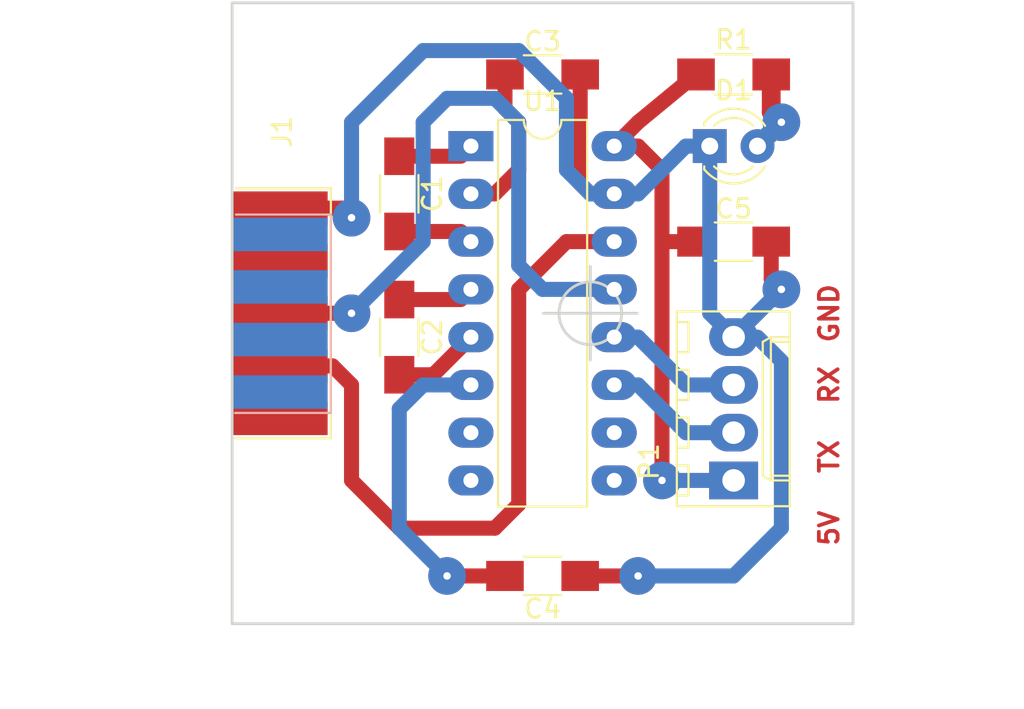
<source format=kicad_pcb>
(kicad_pcb (version 4) (host pcbnew 4.0.4-stable)

  (general
    (links 22)
    (no_connects 2)
    (area 102.794999 92.634999 135.965001 125.805001)
    (thickness 1.6)
    (drawings 11)
    (tracks 87)
    (zones 0)
    (modules 10)
    (nets 22)
  )

  (page A4)
  (layers
    (0 F.Cu signal)
    (31 B.Cu signal)
    (33 F.Adhes user)
    (35 F.Paste user)
    (37 F.SilkS user)
    (39 F.Mask user)
    (40 Dwgs.User user)
    (41 Cmts.User user)
    (42 Eco1.User user)
    (43 Eco2.User user)
    (44 Edge.Cuts user)
    (45 Margin user)
    (47 F.CrtYd user)
    (49 F.Fab user)
  )

  (setup
    (last_trace_width 0.4)
    (user_trace_width 0.254)
    (user_trace_width 0.381)
    (user_trace_width 0.4)
    (user_trace_width 0.5)
    (user_trace_width 0.8)
    (user_trace_width 1)
    (trace_clearance 0.2)
    (zone_clearance 0.508)
    (zone_45_only yes)
    (trace_min 0.2)
    (segment_width 0.2)
    (edge_width 0.15)
    (via_size 2)
    (via_drill 0.4)
    (via_min_size 0.4)
    (via_min_drill 0.3)
    (user_via 0.4826 0.3302)
    (user_via 0.5 0.4)
    (user_via 1.905 0.3)
    (user_via 2 0.3)
    (uvia_size 0.3)
    (uvia_drill 0.1)
    (uvias_allowed no)
    (uvia_min_size 0.2)
    (uvia_min_drill 0.1)
    (pcb_text_width 0.3)
    (pcb_text_size 1.5 1.5)
    (mod_edge_width 0.15)
    (mod_text_size 1 1)
    (mod_text_width 0.15)
    (pad_size 2.99974 2.99974)
    (pad_drill 1.19888)
    (pad_to_mask_clearance 0.2)
    (aux_axis_origin 0 0)
    (visible_elements 7FFFFFFF)
    (pcbplotparams
      (layerselection 0x00020_80000001)
      (usegerberextensions false)
      (excludeedgelayer true)
      (linewidth 0.100000)
      (plotframeref false)
      (viasonmask false)
      (mode 1)
      (useauxorigin false)
      (hpglpennumber 1)
      (hpglpenspeed 20)
      (hpglpendiameter 15)
      (hpglpenoverlay 2)
      (psnegative false)
      (psa4output false)
      (plotreference true)
      (plotvalue true)
      (plotinvisibletext false)
      (padsonsilk false)
      (subtractmaskfromsilk false)
      (outputformat 1)
      (mirror false)
      (drillshape 0)
      (scaleselection 1)
      (outputdirectory ""))
  )

  (net 0 "")
  (net 1 "Net-(C1-Pad1)")
  (net 2 "Net-(C1-Pad2)")
  (net 3 "Net-(C2-Pad1)")
  (net 4 "Net-(C2-Pad2)")
  (net 5 "Net-(C3-Pad1)")
  (net 6 +5V)
  (net 7 GND)
  (net 8 "Net-(D1-Pad2)")
  (net 9 "Net-(J1-Pad4)")
  (net 10 "Net-(J1-Pad3)")
  (net 11 "Net-(J1-Pad2)")
  (net 12 "Net-(J1-Pad1)")
  (net 13 "Net-(J1-Pad7)")
  (net 14 "Net-(J1-Pad9)")
  (net 15 /TxD)
  (net 16 /RxD)
  (net 17 "Net-(U1-Pad9)")
  (net 18 "Net-(U1-Pad10)")
  (net 19 "Net-(U1-Pad7)")
  (net 20 "Net-(U1-Pad8)")
  (net 21 "Net-(C4-Pad2)")

  (net_class Default "This is the default net class."
    (clearance 0.2)
    (trace_width 0.4)
    (via_dia 2)
    (via_drill 0.4)
    (uvia_dia 0.3)
    (uvia_drill 0.1)
    (add_net +5V)
    (add_net /RxD)
    (add_net /TxD)
    (add_net GND)
    (add_net "Net-(C1-Pad1)")
    (add_net "Net-(C1-Pad2)")
    (add_net "Net-(C2-Pad1)")
    (add_net "Net-(C2-Pad2)")
    (add_net "Net-(C3-Pad1)")
    (add_net "Net-(C4-Pad2)")
    (add_net "Net-(D1-Pad2)")
    (add_net "Net-(J1-Pad1)")
    (add_net "Net-(J1-Pad2)")
    (add_net "Net-(J1-Pad3)")
    (add_net "Net-(J1-Pad4)")
    (add_net "Net-(J1-Pad7)")
    (add_net "Net-(J1-Pad9)")
    (add_net "Net-(U1-Pad10)")
    (add_net "Net-(U1-Pad7)")
    (add_net "Net-(U1-Pad8)")
    (add_net "Net-(U1-Pad9)")
  )

  (module Capacitors_SMD:C_1206_HandSoldering (layer F.Cu) (tedit 58AA84D1) (tstamp 58D344AA)
    (at 111.76 102.87 270)
    (descr "Capacitor SMD 1206, hand soldering")
    (tags "capacitor 1206")
    (path /58D0DC1C)
    (attr smd)
    (fp_text reference C1 (at 0 -1.75 270) (layer F.SilkS)
      (effects (font (size 1 1) (thickness 0.15)))
    )
    (fp_text value 10uF (at 0 2 270) (layer F.Fab)
      (effects (font (size 1 1) (thickness 0.15)))
    )
    (fp_text user %R (at 0 -1.75 270) (layer F.Fab)
      (effects (font (size 1 1) (thickness 0.15)))
    )
    (fp_line (start -1.6 0.8) (end -1.6 -0.8) (layer F.Fab) (width 0.1))
    (fp_line (start 1.6 0.8) (end -1.6 0.8) (layer F.Fab) (width 0.1))
    (fp_line (start 1.6 -0.8) (end 1.6 0.8) (layer F.Fab) (width 0.1))
    (fp_line (start -1.6 -0.8) (end 1.6 -0.8) (layer F.Fab) (width 0.1))
    (fp_line (start 1 -1.02) (end -1 -1.02) (layer F.SilkS) (width 0.12))
    (fp_line (start -1 1.02) (end 1 1.02) (layer F.SilkS) (width 0.12))
    (fp_line (start -3.25 -1.05) (end 3.25 -1.05) (layer F.CrtYd) (width 0.05))
    (fp_line (start -3.25 -1.05) (end -3.25 1.05) (layer F.CrtYd) (width 0.05))
    (fp_line (start 3.25 1.05) (end 3.25 -1.05) (layer F.CrtYd) (width 0.05))
    (fp_line (start 3.25 1.05) (end -3.25 1.05) (layer F.CrtYd) (width 0.05))
    (pad 1 smd rect (at -2 0 270) (size 2 1.6) (layers F.Cu F.Paste F.Mask)
      (net 1 "Net-(C1-Pad1)"))
    (pad 2 smd rect (at 2 0 270) (size 2 1.6) (layers F.Cu F.Paste F.Mask)
      (net 2 "Net-(C1-Pad2)"))
    (model Capacitors_SMD.3dshapes/C_1206.wrl
      (at (xyz 0 0 0))
      (scale (xyz 1 1 1))
      (rotate (xyz 0 0 0))
    )
  )

  (module Capacitors_SMD:C_1206_HandSoldering (layer F.Cu) (tedit 58AA84D1) (tstamp 58D344BB)
    (at 111.76 110.49 270)
    (descr "Capacitor SMD 1206, hand soldering")
    (tags "capacitor 1206")
    (path /58D0DD7C)
    (attr smd)
    (fp_text reference C2 (at 0 -1.75 270) (layer F.SilkS)
      (effects (font (size 1 1) (thickness 0.15)))
    )
    (fp_text value 10uF (at 0 2 270) (layer F.Fab)
      (effects (font (size 1 1) (thickness 0.15)))
    )
    (fp_text user %R (at 0 -1.75 270) (layer F.Fab)
      (effects (font (size 1 1) (thickness 0.15)))
    )
    (fp_line (start -1.6 0.8) (end -1.6 -0.8) (layer F.Fab) (width 0.1))
    (fp_line (start 1.6 0.8) (end -1.6 0.8) (layer F.Fab) (width 0.1))
    (fp_line (start 1.6 -0.8) (end 1.6 0.8) (layer F.Fab) (width 0.1))
    (fp_line (start -1.6 -0.8) (end 1.6 -0.8) (layer F.Fab) (width 0.1))
    (fp_line (start 1 -1.02) (end -1 -1.02) (layer F.SilkS) (width 0.12))
    (fp_line (start -1 1.02) (end 1 1.02) (layer F.SilkS) (width 0.12))
    (fp_line (start -3.25 -1.05) (end 3.25 -1.05) (layer F.CrtYd) (width 0.05))
    (fp_line (start -3.25 -1.05) (end -3.25 1.05) (layer F.CrtYd) (width 0.05))
    (fp_line (start 3.25 1.05) (end 3.25 -1.05) (layer F.CrtYd) (width 0.05))
    (fp_line (start 3.25 1.05) (end -3.25 1.05) (layer F.CrtYd) (width 0.05))
    (pad 1 smd rect (at -2 0 270) (size 2 1.6) (layers F.Cu F.Paste F.Mask)
      (net 3 "Net-(C2-Pad1)"))
    (pad 2 smd rect (at 2 0 270) (size 2 1.6) (layers F.Cu F.Paste F.Mask)
      (net 4 "Net-(C2-Pad2)"))
    (model Capacitors_SMD.3dshapes/C_1206.wrl
      (at (xyz 0 0 0))
      (scale (xyz 1 1 1))
      (rotate (xyz 0 0 0))
    )
  )

  (module Capacitors_SMD:C_1206_HandSoldering (layer F.Cu) (tedit 58AA84D1) (tstamp 58D344CC)
    (at 119.38 96.52)
    (descr "Capacitor SMD 1206, hand soldering")
    (tags "capacitor 1206")
    (path /58D0DF1A)
    (attr smd)
    (fp_text reference C3 (at 0 -1.75) (layer F.SilkS)
      (effects (font (size 1 1) (thickness 0.15)))
    )
    (fp_text value 10uF (at 0 2) (layer F.Fab)
      (effects (font (size 1 1) (thickness 0.15)))
    )
    (fp_text user %R (at 0 -1.75) (layer F.Fab)
      (effects (font (size 1 1) (thickness 0.15)))
    )
    (fp_line (start -1.6 0.8) (end -1.6 -0.8) (layer F.Fab) (width 0.1))
    (fp_line (start 1.6 0.8) (end -1.6 0.8) (layer F.Fab) (width 0.1))
    (fp_line (start 1.6 -0.8) (end 1.6 0.8) (layer F.Fab) (width 0.1))
    (fp_line (start -1.6 -0.8) (end 1.6 -0.8) (layer F.Fab) (width 0.1))
    (fp_line (start 1 -1.02) (end -1 -1.02) (layer F.SilkS) (width 0.12))
    (fp_line (start -1 1.02) (end 1 1.02) (layer F.SilkS) (width 0.12))
    (fp_line (start -3.25 -1.05) (end 3.25 -1.05) (layer F.CrtYd) (width 0.05))
    (fp_line (start -3.25 -1.05) (end -3.25 1.05) (layer F.CrtYd) (width 0.05))
    (fp_line (start 3.25 1.05) (end 3.25 -1.05) (layer F.CrtYd) (width 0.05))
    (fp_line (start 3.25 1.05) (end -3.25 1.05) (layer F.CrtYd) (width 0.05))
    (pad 1 smd rect (at -2 0) (size 2 1.6) (layers F.Cu F.Paste F.Mask)
      (net 5 "Net-(C3-Pad1)"))
    (pad 2 smd rect (at 2 0) (size 2 1.6) (layers F.Cu F.Paste F.Mask)
      (net 7 GND))
    (model Capacitors_SMD.3dshapes/C_1206.wrl
      (at (xyz 0 0 0))
      (scale (xyz 1 1 1))
      (rotate (xyz 0 0 0))
    )
  )

  (module Capacitors_SMD:C_1206_HandSoldering (layer F.Cu) (tedit 58AA84D1) (tstamp 58D344DD)
    (at 119.38 123.19 180)
    (descr "Capacitor SMD 1206, hand soldering")
    (tags "capacitor 1206")
    (path /58D0DFCF)
    (attr smd)
    (fp_text reference C4 (at 0 -1.75 180) (layer F.SilkS)
      (effects (font (size 1 1) (thickness 0.15)))
    )
    (fp_text value 10uF (at 0 2 180) (layer F.Fab)
      (effects (font (size 1 1) (thickness 0.15)))
    )
    (fp_text user %R (at 0 -1.75 180) (layer F.Fab)
      (effects (font (size 1 1) (thickness 0.15)))
    )
    (fp_line (start -1.6 0.8) (end -1.6 -0.8) (layer F.Fab) (width 0.1))
    (fp_line (start 1.6 0.8) (end -1.6 0.8) (layer F.Fab) (width 0.1))
    (fp_line (start 1.6 -0.8) (end 1.6 0.8) (layer F.Fab) (width 0.1))
    (fp_line (start -1.6 -0.8) (end 1.6 -0.8) (layer F.Fab) (width 0.1))
    (fp_line (start 1 -1.02) (end -1 -1.02) (layer F.SilkS) (width 0.12))
    (fp_line (start -1 1.02) (end 1 1.02) (layer F.SilkS) (width 0.12))
    (fp_line (start -3.25 -1.05) (end 3.25 -1.05) (layer F.CrtYd) (width 0.05))
    (fp_line (start -3.25 -1.05) (end -3.25 1.05) (layer F.CrtYd) (width 0.05))
    (fp_line (start 3.25 1.05) (end 3.25 -1.05) (layer F.CrtYd) (width 0.05))
    (fp_line (start 3.25 1.05) (end -3.25 1.05) (layer F.CrtYd) (width 0.05))
    (pad 1 smd rect (at -2 0 180) (size 2 1.6) (layers F.Cu F.Paste F.Mask)
      (net 7 GND))
    (pad 2 smd rect (at 2 0 180) (size 2 1.6) (layers F.Cu F.Paste F.Mask)
      (net 21 "Net-(C4-Pad2)"))
    (model Capacitors_SMD.3dshapes/C_1206.wrl
      (at (xyz 0 0 0))
      (scale (xyz 1 1 1))
      (rotate (xyz 0 0 0))
    )
  )

  (module LEDs:LED_D3.0mm (layer F.Cu) (tedit 587A3A7B) (tstamp 58D344F0)
    (at 128.27 100.33)
    (descr "LED, diameter 3.0mm, 2 pins")
    (tags "LED diameter 3.0mm 2 pins")
    (path /58D128D9)
    (fp_text reference D1 (at 1.27 -2.96) (layer F.SilkS)
      (effects (font (size 1 1) (thickness 0.15)))
    )
    (fp_text value LED (at 1.27 2.96) (layer F.Fab)
      (effects (font (size 1 1) (thickness 0.15)))
    )
    (fp_arc (start 1.27 0) (end -0.23 -1.16619) (angle 284.3) (layer F.Fab) (width 0.1))
    (fp_arc (start 1.27 0) (end -0.29 -1.235516) (angle 108.8) (layer F.SilkS) (width 0.12))
    (fp_arc (start 1.27 0) (end -0.29 1.235516) (angle -108.8) (layer F.SilkS) (width 0.12))
    (fp_arc (start 1.27 0) (end 0.229039 -1.08) (angle 87.9) (layer F.SilkS) (width 0.12))
    (fp_arc (start 1.27 0) (end 0.229039 1.08) (angle -87.9) (layer F.SilkS) (width 0.12))
    (fp_circle (center 1.27 0) (end 2.77 0) (layer F.Fab) (width 0.1))
    (fp_line (start -0.23 -1.16619) (end -0.23 1.16619) (layer F.Fab) (width 0.1))
    (fp_line (start -0.29 -1.236) (end -0.29 -1.08) (layer F.SilkS) (width 0.12))
    (fp_line (start -0.29 1.08) (end -0.29 1.236) (layer F.SilkS) (width 0.12))
    (fp_line (start -1.15 -2.25) (end -1.15 2.25) (layer F.CrtYd) (width 0.05))
    (fp_line (start -1.15 2.25) (end 3.7 2.25) (layer F.CrtYd) (width 0.05))
    (fp_line (start 3.7 2.25) (end 3.7 -2.25) (layer F.CrtYd) (width 0.05))
    (fp_line (start 3.7 -2.25) (end -1.15 -2.25) (layer F.CrtYd) (width 0.05))
    (pad 1 thru_hole rect (at 0 0) (size 1.8 1.8) (drill 0.9) (layers *.Cu *.Mask)
      (net 7 GND))
    (pad 2 thru_hole circle (at 2.54 0) (size 1.8 1.8) (drill 0.9) (layers *.Cu *.Mask)
      (net 8 "Net-(D1-Pad2)"))
    (model LEDs.3dshapes/LED_D3.0mm.wrl
      (at (xyz 0 0 0))
      (scale (xyz 0.393701 0.393701 0.393701))
      (rotate (xyz 0 0 0))
    )
  )

  (module Connect:DB9F_CI (layer F.Cu) (tedit 587FE11A) (tstamp 58D3451B)
    (at 105.41 109.22 90)
    (descr "Connecteur DB9 femelle encarte")
    (tags "CONN DB9")
    (path /58D0DB5D)
    (attr smd)
    (fp_text reference J1 (at 9.65 0.11 90) (layer F.SilkS)
      (effects (font (size 1 1) (thickness 0.15)))
    )
    (fp_text value DB9 (at 0 -5.59 90) (layer F.Fab)
      (effects (font (size 1 1) (thickness 0.15)))
    )
    (fp_line (start -5.3 -2.39) (end -5.3 2.71) (layer B.SilkS) (width 0.12))
    (fp_line (start -5.3 2.71) (end 5.25 2.71) (layer B.SilkS) (width 0.12))
    (fp_line (start 5.25 2.71) (end 5.25 -2.34) (layer B.SilkS) (width 0.12))
    (fp_line (start 6.65 -2.34) (end 6.65 2.56) (layer F.SilkS) (width 0.12))
    (fp_line (start 6.65 2.56) (end 6.65 2.71) (layer F.SilkS) (width 0.12))
    (fp_line (start 6.65 2.71) (end -6.65 2.71) (layer F.SilkS) (width 0.12))
    (fp_line (start -6.65 2.71) (end -6.65 -2.39) (layer F.SilkS) (width 0.12))
    (fp_line (start -7.25 -2.54) (end 7.4 -2.54) (layer F.Fab) (width 0.1))
    (fp_line (start -8.51 -14.61) (end 8.63 -14.61) (layer F.Fab) (width 0.1))
    (fp_line (start 9.27 -3.81) (end -9.15 -3.81) (layer F.Fab) (width 0.1))
    (fp_line (start 9.9 -3.81) (end 9.27 -3.81) (layer F.Fab) (width 0.1))
    (fp_line (start 9.9 -6.99) (end -9.78 -6.99) (layer F.Fab) (width 0.1))
    (fp_line (start 15.62 -6.99) (end 9.9 -6.99) (layer F.Fab) (width 0.1))
    (fp_line (start -15.5 -8.25) (end 15.62 -8.25) (layer F.Fab) (width 0.1))
    (fp_line (start 8.63 -8.25) (end 8.63 -14.61) (layer F.Fab) (width 0.1))
    (fp_line (start 15.62 -6.99) (end 15.62 -8.25) (layer F.Fab) (width 0.1))
    (fp_line (start 9.9 -3.81) (end 9.9 -6.99) (layer F.Fab) (width 0.1))
    (fp_line (start 7.36 -2.54) (end 9.27 -2.54) (layer F.Fab) (width 0.1))
    (fp_line (start 9.27 -2.54) (end 9.27 -3.81) (layer F.Fab) (width 0.1))
    (fp_line (start -8.51 -8.25) (end -8.51 -14.61) (layer F.Fab) (width 0.1))
    (fp_line (start -9.78 -6.99) (end -15.5 -6.99) (layer F.Fab) (width 0.1))
    (fp_line (start -15.5 -6.99) (end -15.5 -8.25) (layer F.Fab) (width 0.1))
    (fp_line (start -9.15 -3.81) (end -9.78 -3.81) (layer F.Fab) (width 0.1))
    (fp_line (start -9.78 -3.81) (end -9.78 -6.99) (layer F.Fab) (width 0.1))
    (fp_line (start -7.24 -2.54) (end -9.15 -2.54) (layer F.Fab) (width 0.1))
    (fp_line (start -9.15 -2.54) (end -9.15 -3.81) (layer F.Fab) (width 0.1))
    (fp_line (start -15.75 -14.86) (end 15.87 -14.86) (layer F.CrtYd) (width 0.05))
    (fp_line (start -15.75 -14.86) (end -15.75 2.79) (layer F.CrtYd) (width 0.05))
    (fp_line (start 15.87 2.79) (end 15.87 -14.86) (layer F.CrtYd) (width 0.05))
    (fp_line (start 15.87 2.79) (end -15.75 2.79) (layer F.CrtYd) (width 0.05))
    (pad 4 connect rect (at 2.79 0 90) (size 1.78 5.08) (layers F.Cu F.Mask)
      (net 9 "Net-(J1-Pad4)"))
    (pad 3 connect rect (at 0 0 90) (size 1.78 5.08) (layers F.Cu F.Mask)
      (net 10 "Net-(J1-Pad3)"))
    (pad 2 connect rect (at -2.8 0 90) (size 1.78 5.08) (layers F.Cu F.Mask)
      (net 11 "Net-(J1-Pad2)"))
    (pad 1 connect rect (at -5.59 0 90) (size 1.78 5.08) (layers F.Cu F.Mask)
      (net 12 "Net-(J1-Pad1)"))
    (pad 5 connect rect (at 5.59 0 90) (size 1.78 5.08) (layers F.Cu F.Mask)
      (net 7 GND))
    (pad 6 connect rect (at -4.19 0 90) (size 1.78 5.08) (layers B.Cu)
      (net 9 "Net-(J1-Pad4)"))
    (pad 7 connect rect (at -1.4 0 90) (size 1.78 5.08) (layers B.Cu)
      (net 13 "Net-(J1-Pad7)"))
    (pad 8 connect rect (at 1.4 0 90) (size 1.78 5.08) (layers B.Cu)
      (net 13 "Net-(J1-Pad7)"))
    (pad 9 connect rect (at 4.19 0 90) (size 1.78 5.08) (layers B.Cu)
      (net 14 "Net-(J1-Pad9)"))
    (model Connectors.3dshapes/DB9F_CI.wrl
      (at (xyz 0 0.12 -0.04))
      (scale (xyz 1 1 1))
      (rotate (xyz 90 180 0))
    )
  )

  (module Connectors_Molex:Molex_KK-6410-04_04x2.54mm_Straight (layer F.Cu) (tedit 56C6219D) (tstamp 58D3453F)
    (at 129.54 118.11 90)
    (descr "Connector Headers with Friction Lock, 22-27-2041, http://www.molex.com/pdm_docs/sd/022272021_sd.pdf")
    (tags "connector molex kk_6410 22-27-2041")
    (path /58D0DAA6)
    (fp_text reference P1 (at 1 -4.5 90) (layer F.SilkS)
      (effects (font (size 1 1) (thickness 0.15)))
    )
    (fp_text value CONN_01X04 (at 3.81 4.5 90) (layer F.Fab)
      (effects (font (size 1 1) (thickness 0.15)))
    )
    (fp_line (start -1.37 -3.02) (end -1.37 2.98) (layer F.SilkS) (width 0.12))
    (fp_line (start -1.37 2.98) (end 8.99 2.98) (layer F.SilkS) (width 0.12))
    (fp_line (start 8.99 2.98) (end 8.99 -3.02) (layer F.SilkS) (width 0.12))
    (fp_line (start 8.99 -3.02) (end -1.37 -3.02) (layer F.SilkS) (width 0.12))
    (fp_line (start 0 2.98) (end 0 1.98) (layer F.SilkS) (width 0.12))
    (fp_line (start 0 1.98) (end 7.62 1.98) (layer F.SilkS) (width 0.12))
    (fp_line (start 7.62 1.98) (end 7.62 2.98) (layer F.SilkS) (width 0.12))
    (fp_line (start 0 1.98) (end 0.25 1.55) (layer F.SilkS) (width 0.12))
    (fp_line (start 0.25 1.55) (end 7.37 1.55) (layer F.SilkS) (width 0.12))
    (fp_line (start 7.37 1.55) (end 7.62 1.98) (layer F.SilkS) (width 0.12))
    (fp_line (start 0.25 2.98) (end 0.25 1.98) (layer F.SilkS) (width 0.12))
    (fp_line (start 7.37 2.98) (end 7.37 1.98) (layer F.SilkS) (width 0.12))
    (fp_line (start -0.8 -3.02) (end -0.8 -2.4) (layer F.SilkS) (width 0.12))
    (fp_line (start -0.8 -2.4) (end 0.8 -2.4) (layer F.SilkS) (width 0.12))
    (fp_line (start 0.8 -2.4) (end 0.8 -3.02) (layer F.SilkS) (width 0.12))
    (fp_line (start 1.74 -3.02) (end 1.74 -2.4) (layer F.SilkS) (width 0.12))
    (fp_line (start 1.74 -2.4) (end 3.34 -2.4) (layer F.SilkS) (width 0.12))
    (fp_line (start 3.34 -2.4) (end 3.34 -3.02) (layer F.SilkS) (width 0.12))
    (fp_line (start 4.28 -3.02) (end 4.28 -2.4) (layer F.SilkS) (width 0.12))
    (fp_line (start 4.28 -2.4) (end 5.88 -2.4) (layer F.SilkS) (width 0.12))
    (fp_line (start 5.88 -2.4) (end 5.88 -3.02) (layer F.SilkS) (width 0.12))
    (fp_line (start 6.82 -3.02) (end 6.82 -2.4) (layer F.SilkS) (width 0.12))
    (fp_line (start 6.82 -2.4) (end 8.42 -2.4) (layer F.SilkS) (width 0.12))
    (fp_line (start 8.42 -2.4) (end 8.42 -3.02) (layer F.SilkS) (width 0.12))
    (fp_line (start -1.9 3.5) (end -1.9 -3.55) (layer F.CrtYd) (width 0.05))
    (fp_line (start -1.9 -3.55) (end 9.5 -3.55) (layer F.CrtYd) (width 0.05))
    (fp_line (start 9.5 -3.55) (end 9.5 3.5) (layer F.CrtYd) (width 0.05))
    (fp_line (start 9.5 3.5) (end -1.9 3.5) (layer F.CrtYd) (width 0.05))
    (pad 1 thru_hole rect (at 0 0 90) (size 2 2.6) (drill 1.2) (layers *.Cu *.Mask)
      (net 6 +5V))
    (pad 2 thru_hole oval (at 2.54 0 90) (size 2 2.6) (drill 1.2) (layers *.Cu *.Mask)
      (net 15 /TxD))
    (pad 3 thru_hole oval (at 5.08 0 90) (size 2 2.6) (drill 1.2) (layers *.Cu *.Mask)
      (net 16 /RxD))
    (pad 4 thru_hole oval (at 7.62 0 90) (size 2 2.6) (drill 1.2) (layers *.Cu *.Mask)
      (net 7 GND))
  )

  (module Resistors_SMD:R_1206_HandSoldering (layer F.Cu) (tedit 58AADA36) (tstamp 58D34550)
    (at 129.54 96.52)
    (descr "Resistor SMD 1206, hand soldering")
    (tags "resistor 1206")
    (path /58D12706)
    (attr smd)
    (fp_text reference R1 (at 0 -1.85) (layer F.SilkS)
      (effects (font (size 1 1) (thickness 0.15)))
    )
    (fp_text value 1K (at 0 1.9) (layer F.Fab)
      (effects (font (size 1 1) (thickness 0.15)))
    )
    (fp_text user %R (at 0 -1.85) (layer F.Fab)
      (effects (font (size 1 1) (thickness 0.15)))
    )
    (fp_line (start -1.6 0.8) (end -1.6 -0.8) (layer F.Fab) (width 0.1))
    (fp_line (start 1.6 0.8) (end -1.6 0.8) (layer F.Fab) (width 0.1))
    (fp_line (start 1.6 -0.8) (end 1.6 0.8) (layer F.Fab) (width 0.1))
    (fp_line (start -1.6 -0.8) (end 1.6 -0.8) (layer F.Fab) (width 0.1))
    (fp_line (start 1 1.07) (end -1 1.07) (layer F.SilkS) (width 0.12))
    (fp_line (start -1 -1.07) (end 1 -1.07) (layer F.SilkS) (width 0.12))
    (fp_line (start -3.25 -1.11) (end 3.25 -1.11) (layer F.CrtYd) (width 0.05))
    (fp_line (start -3.25 -1.11) (end -3.25 1.1) (layer F.CrtYd) (width 0.05))
    (fp_line (start 3.25 1.1) (end 3.25 -1.11) (layer F.CrtYd) (width 0.05))
    (fp_line (start 3.25 1.1) (end -3.25 1.1) (layer F.CrtYd) (width 0.05))
    (pad 1 smd rect (at -2 0) (size 2 1.7) (layers F.Cu F.Paste F.Mask)
      (net 6 +5V))
    (pad 2 smd rect (at 2 0) (size 2 1.7) (layers F.Cu F.Paste F.Mask)
      (net 8 "Net-(D1-Pad2)"))
    (model Resistors_SMD.3dshapes/R_1206.wrl
      (at (xyz 0 0 0))
      (scale (xyz 1 1 1))
      (rotate (xyz 0 0 0))
    )
  )

  (module Housings_DIP:DIP-16_W7.62mm_LongPads (layer F.Cu) (tedit 586281B5) (tstamp 58D34573)
    (at 115.57 100.33)
    (descr "16-lead dip package, row spacing 7.62 mm (300 mils), LongPads")
    (tags "DIL DIP PDIP 2.54mm 7.62mm 300mil LongPads")
    (path /58D0DA13)
    (fp_text reference U1 (at 3.81 -2.39) (layer F.SilkS)
      (effects (font (size 1 1) (thickness 0.15)))
    )
    (fp_text value MAX232 (at 3.81 20.17) (layer F.Fab)
      (effects (font (size 1 1) (thickness 0.15)))
    )
    (fp_arc (start 3.81 -1.39) (end 2.81 -1.39) (angle -180) (layer F.SilkS) (width 0.12))
    (fp_line (start 1.635 -1.27) (end 6.985 -1.27) (layer F.Fab) (width 0.1))
    (fp_line (start 6.985 -1.27) (end 6.985 19.05) (layer F.Fab) (width 0.1))
    (fp_line (start 6.985 19.05) (end 0.635 19.05) (layer F.Fab) (width 0.1))
    (fp_line (start 0.635 19.05) (end 0.635 -0.27) (layer F.Fab) (width 0.1))
    (fp_line (start 0.635 -0.27) (end 1.635 -1.27) (layer F.Fab) (width 0.1))
    (fp_line (start 2.81 -1.39) (end 1.44 -1.39) (layer F.SilkS) (width 0.12))
    (fp_line (start 1.44 -1.39) (end 1.44 19.17) (layer F.SilkS) (width 0.12))
    (fp_line (start 1.44 19.17) (end 6.18 19.17) (layer F.SilkS) (width 0.12))
    (fp_line (start 6.18 19.17) (end 6.18 -1.39) (layer F.SilkS) (width 0.12))
    (fp_line (start 6.18 -1.39) (end 4.81 -1.39) (layer F.SilkS) (width 0.12))
    (fp_line (start -1.5 -1.6) (end -1.5 19.3) (layer F.CrtYd) (width 0.05))
    (fp_line (start -1.5 19.3) (end 9.1 19.3) (layer F.CrtYd) (width 0.05))
    (fp_line (start 9.1 19.3) (end 9.1 -1.6) (layer F.CrtYd) (width 0.05))
    (fp_line (start 9.1 -1.6) (end -1.5 -1.6) (layer F.CrtYd) (width 0.05))
    (pad 1 thru_hole rect (at 0 0) (size 2.4 1.6) (drill 0.8) (layers *.Cu *.Mask)
      (net 1 "Net-(C1-Pad1)"))
    (pad 9 thru_hole oval (at 7.62 17.78) (size 2.4 1.6) (drill 0.8) (layers *.Cu *.Mask)
      (net 17 "Net-(U1-Pad9)"))
    (pad 2 thru_hole oval (at 0 2.54) (size 2.4 1.6) (drill 0.8) (layers *.Cu *.Mask)
      (net 5 "Net-(C3-Pad1)"))
    (pad 10 thru_hole oval (at 7.62 15.24) (size 2.4 1.6) (drill 0.8) (layers *.Cu *.Mask)
      (net 18 "Net-(U1-Pad10)"))
    (pad 3 thru_hole oval (at 0 5.08) (size 2.4 1.6) (drill 0.8) (layers *.Cu *.Mask)
      (net 2 "Net-(C1-Pad2)"))
    (pad 11 thru_hole oval (at 7.62 12.7) (size 2.4 1.6) (drill 0.8) (layers *.Cu *.Mask)
      (net 15 /TxD))
    (pad 4 thru_hole oval (at 0 7.62) (size 2.4 1.6) (drill 0.8) (layers *.Cu *.Mask)
      (net 3 "Net-(C2-Pad1)"))
    (pad 12 thru_hole oval (at 7.62 10.16) (size 2.4 1.6) (drill 0.8) (layers *.Cu *.Mask)
      (net 16 /RxD))
    (pad 5 thru_hole oval (at 0 10.16) (size 2.4 1.6) (drill 0.8) (layers *.Cu *.Mask)
      (net 4 "Net-(C2-Pad2)"))
    (pad 13 thru_hole oval (at 7.62 7.62) (size 2.4 1.6) (drill 0.8) (layers *.Cu *.Mask)
      (net 10 "Net-(J1-Pad3)"))
    (pad 6 thru_hole oval (at 0 12.7) (size 2.4 1.6) (drill 0.8) (layers *.Cu *.Mask)
      (net 21 "Net-(C4-Pad2)"))
    (pad 14 thru_hole oval (at 7.62 5.08) (size 2.4 1.6) (drill 0.8) (layers *.Cu *.Mask)
      (net 11 "Net-(J1-Pad2)"))
    (pad 7 thru_hole oval (at 0 15.24) (size 2.4 1.6) (drill 0.8) (layers *.Cu *.Mask)
      (net 19 "Net-(U1-Pad7)"))
    (pad 15 thru_hole oval (at 7.62 2.54) (size 2.4 1.6) (drill 0.8) (layers *.Cu *.Mask)
      (net 7 GND))
    (pad 8 thru_hole oval (at 0 17.78) (size 2.4 1.6) (drill 0.8) (layers *.Cu *.Mask)
      (net 20 "Net-(U1-Pad8)"))
    (pad 16 thru_hole oval (at 7.62 0) (size 2.4 1.6) (drill 0.8) (layers *.Cu *.Mask)
      (net 6 +5V))
    (model Housings_DIP.3dshapes/DIP-16_W7.62mm_LongPads.wrl
      (at (xyz 0 0 0))
      (scale (xyz 1 1 1))
      (rotate (xyz 0 0 0))
    )
  )

  (module Capacitors_SMD:C_1206_HandSoldering (layer F.Cu) (tedit 58AA84D1) (tstamp 58D3B965)
    (at 129.54 105.41)
    (descr "Capacitor SMD 1206, hand soldering")
    (tags "capacitor 1206")
    (path /58D3CB92)
    (attr smd)
    (fp_text reference C5 (at 0 -1.75) (layer F.SilkS)
      (effects (font (size 1 1) (thickness 0.15)))
    )
    (fp_text value 10uF (at 0 2) (layer F.Fab)
      (effects (font (size 1 1) (thickness 0.15)))
    )
    (fp_text user %R (at 0 -1.75) (layer F.Fab)
      (effects (font (size 1 1) (thickness 0.15)))
    )
    (fp_line (start -1.6 0.8) (end -1.6 -0.8) (layer F.Fab) (width 0.1))
    (fp_line (start 1.6 0.8) (end -1.6 0.8) (layer F.Fab) (width 0.1))
    (fp_line (start 1.6 -0.8) (end 1.6 0.8) (layer F.Fab) (width 0.1))
    (fp_line (start -1.6 -0.8) (end 1.6 -0.8) (layer F.Fab) (width 0.1))
    (fp_line (start 1 -1.02) (end -1 -1.02) (layer F.SilkS) (width 0.12))
    (fp_line (start -1 1.02) (end 1 1.02) (layer F.SilkS) (width 0.12))
    (fp_line (start -3.25 -1.05) (end 3.25 -1.05) (layer F.CrtYd) (width 0.05))
    (fp_line (start -3.25 -1.05) (end -3.25 1.05) (layer F.CrtYd) (width 0.05))
    (fp_line (start 3.25 1.05) (end 3.25 -1.05) (layer F.CrtYd) (width 0.05))
    (fp_line (start 3.25 1.05) (end -3.25 1.05) (layer F.CrtYd) (width 0.05))
    (pad 1 smd rect (at -2 0) (size 2 1.6) (layers F.Cu F.Paste F.Mask)
      (net 6 +5V))
    (pad 2 smd rect (at 2 0) (size 2 1.6) (layers F.Cu F.Paste F.Mask)
      (net 7 GND))
    (model Capacitors_SMD.3dshapes/C_1206.wrl
      (at (xyz 0 0 0))
      (scale (xyz 1 1 1))
      (rotate (xyz 0 0 0))
    )
  )

  (target plus (at 121.92 109.22) (size 5) (width 0.15) (layer Edge.Cuts))
  (dimension 33.02 (width 0.3) (layer F.Fab)
    (gr_text "33.020 mm" (at 142.32 109.22 270) (layer F.Fab)
      (effects (font (size 1.5 1.5) (thickness 0.3)))
    )
    (feature1 (pts (xy 135.89 125.73) (xy 143.67 125.73)))
    (feature2 (pts (xy 135.89 92.71) (xy 143.67 92.71)))
    (crossbar (pts (xy 140.97 92.71) (xy 140.97 125.73)))
    (arrow1a (pts (xy 140.97 125.73) (xy 140.383579 124.603496)))
    (arrow1b (pts (xy 140.97 125.73) (xy 141.556421 124.603496)))
    (arrow2a (pts (xy 140.97 92.71) (xy 140.383579 93.836504)))
    (arrow2b (pts (xy 140.97 92.71) (xy 141.556421 93.836504)))
  )
  (dimension 33.02 (width 0.3) (layer F.Fab)
    (gr_text "33.020 mm" (at 119.38 130.89) (layer F.Fab)
      (effects (font (size 1.5 1.5) (thickness 0.3)))
    )
    (feature1 (pts (xy 135.89 125.73) (xy 135.89 132.24)))
    (feature2 (pts (xy 102.87 125.73) (xy 102.87 132.24)))
    (crossbar (pts (xy 102.87 129.54) (xy 135.89 129.54)))
    (arrow1a (pts (xy 135.89 129.54) (xy 134.763496 130.126421)))
    (arrow1b (pts (xy 135.89 129.54) (xy 134.763496 128.953579)))
    (arrow2a (pts (xy 102.87 129.54) (xy 103.996504 130.126421)))
    (arrow2b (pts (xy 102.87 129.54) (xy 103.996504 128.953579)))
  )
  (gr_line (start 102.87 125.73) (end 102.87 92.71) (angle 90) (layer Edge.Cuts) (width 0.15))
  (gr_line (start 135.89 125.73) (end 102.87 125.73) (angle 90) (layer Edge.Cuts) (width 0.15))
  (gr_line (start 135.89 92.71) (end 135.89 125.73) (angle 90) (layer Edge.Cuts) (width 0.15))
  (gr_line (start 102.87 92.71) (end 135.89 92.71) (angle 90) (layer Edge.Cuts) (width 0.15))
  (gr_text GND (at 134.62 109.22 90) (layer F.Cu)
    (effects (font (size 1 1) (thickness 0.2)))
  )
  (gr_text TX (at 134.62 116.84 90) (layer F.Cu)
    (effects (font (size 1 1) (thickness 0.2)))
  )
  (gr_text RX (at 134.62 113.03 90) (layer F.Cu)
    (effects (font (size 1 1) (thickness 0.2)))
  )
  (gr_text 5V (at 134.62 120.65 90) (layer F.Cu)
    (effects (font (size 1 1) (thickness 0.2)))
  )

  (segment (start 111.76 100.87) (end 115.03 100.87) (width 0.8) (layer F.Cu) (net 1))
  (segment (start 115.03 100.87) (end 115.57 100.33) (width 0.5) (layer F.Cu) (net 1) (tstamp 58D3A712))
  (segment (start 111.76 104.87) (end 115.03 104.87) (width 0.8) (layer F.Cu) (net 2))
  (segment (start 115.03 104.87) (end 115.57 105.41) (width 0.5) (layer F.Cu) (net 2) (tstamp 58D3A715))
  (segment (start 111.76 108.49) (end 115.03 108.49) (width 0.8) (layer F.Cu) (net 3))
  (segment (start 115.03 108.49) (end 115.57 107.95) (width 0.5) (layer F.Cu) (net 3) (tstamp 58D3A719))
  (segment (start 111.76 112.49) (end 113.57 112.49) (width 0.8) (layer F.Cu) (net 4))
  (segment (start 113.57 112.49) (end 115.57 110.49) (width 0.8) (layer F.Cu) (net 4) (tstamp 58D3A71C))
  (segment (start 117.38 96.52) (end 117.38 98.33) (width 0.8) (layer F.Cu) (net 5))
  (segment (start 117.38 98.33) (end 118.11 99.06) (width 0.8) (layer F.Cu) (net 5) (tstamp 58D3A6F5))
  (segment (start 118.11 99.06) (end 118.11 101.6) (width 0.8) (layer F.Cu) (net 5) (tstamp 58D3A6F9))
  (segment (start 118.11 101.6) (end 116.84 102.87) (width 0.8) (layer F.Cu) (net 5) (tstamp 58D3A6FD))
  (segment (start 116.84 102.87) (end 115.57 102.87) (width 0.8) (layer F.Cu) (net 5) (tstamp 58D3A6FE))
  (segment (start 127.54 105.41) (end 125.73 105.41) (width 0.8) (layer F.Cu) (net 6))
  (segment (start 129.54 118.11) (end 125.73 118.11) (width 0.8) (layer B.Cu) (net 6))
  (via (at 125.73 118.11) (size 2) (drill 0.4) (layers F.Cu B.Cu) (net 6))
  (segment (start 125.73 118.11) (end 125.73 105.41) (width 0.8) (layer F.Cu) (net 6) (tstamp 58D3AC5B))
  (segment (start 124.46 100.33) (end 123.19 100.33) (width 0.8) (layer F.Cu) (net 6) (tstamp 58D3AC5D))
  (segment (start 125.73 105.41) (end 125.73 101.6) (width 0.8) (layer F.Cu) (net 6) (tstamp 58D3B9F4))
  (segment (start 125.73 101.6) (end 124.46 100.33) (width 0.8) (layer F.Cu) (net 6) (tstamp 58D3AC5C))
  (segment (start 127.54 96.52) (end 124.46 99.06) (width 0.8) (layer F.Cu) (net 6) (status 10))
  (segment (start 124.46 99.06) (end 123.19 100.33) (width 0.8) (layer F.Cu) (net 6) (tstamp 58D3AC13))
  (segment (start 129.54 110.49) (end 132.08 107.95) (width 0.8) (layer B.Cu) (net 7))
  (via (at 132.08 107.95) (size 2) (drill 0.4) (layers F.Cu B.Cu) (net 7))
  (segment (start 132.08 107.95) (end 131.54 107.41) (width 0.8) (layer F.Cu) (net 7) (tstamp 58D3BA13))
  (segment (start 131.54 107.41) (end 131.54 105.41) (width 0.8) (layer F.Cu) (net 7) (tstamp 58D3BA14))
  (segment (start 123.19 102.87) (end 124.46 102.87) (width 0.8) (layer B.Cu) (net 7))
  (segment (start 124.46 102.87) (end 127 100.33) (width 0.8) (layer B.Cu) (net 7) (tstamp 58D3BA01))
  (segment (start 127 100.33) (end 128.27 100.33) (width 0.8) (layer B.Cu) (net 7) (tstamp 58D3BA02))
  (segment (start 121.38 96.52) (end 121.38 102.33) (width 0.8) (layer F.Cu) (net 7))
  (segment (start 121.38 102.33) (end 121.92 102.87) (width 0.8) (layer F.Cu) (net 7) (tstamp 58D3B98D))
  (segment (start 121.92 102.87) (end 123.19 102.87) (width 0.8) (layer F.Cu) (net 7) (tstamp 58D3B990))
  (segment (start 105.41 103.63) (end 108.71 103.63) (width 0.8) (layer F.Cu) (net 7))
  (segment (start 108.71 103.63) (end 109.22 104.14) (width 0.8) (layer F.Cu) (net 7) (tstamp 58D3AD76))
  (via (at 109.22 104.14) (size 2) (drill 0.4) (layers F.Cu B.Cu) (net 7))
  (segment (start 109.22 104.14) (end 109.22 99.06) (width 0.8) (layer B.Cu) (net 7) (tstamp 58D3AD7A))
  (segment (start 109.22 99.06) (end 113.03 95.25) (width 0.8) (layer B.Cu) (net 7) (tstamp 58D3AD7B))
  (segment (start 113.03 95.25) (end 118.11 95.25) (width 0.8) (layer B.Cu) (net 7) (tstamp 58D3AD7D))
  (segment (start 118.11 95.25) (end 120.65 97.79) (width 0.8) (layer B.Cu) (net 7) (tstamp 58D3AD8C))
  (segment (start 120.65 97.79) (end 120.65 101.6) (width 0.8) (layer B.Cu) (net 7) (tstamp 58D3AD8E))
  (segment (start 120.65 101.6) (end 121.92 102.87) (width 0.8) (layer B.Cu) (net 7) (tstamp 58D3AD93))
  (segment (start 121.92 102.87) (end 123.19 102.87) (width 0.8) (layer B.Cu) (net 7) (tstamp 58D3AD94))
  (segment (start 128.27 100.33) (end 128.27 109.22) (width 0.8) (layer B.Cu) (net 7) (status 10))
  (segment (start 128.27 109.22) (end 129.54 110.49) (width 0.8) (layer B.Cu) (net 7) (tstamp 58D3ACBD))
  (segment (start 129.54 110.49) (end 130.81 110.49) (width 0.4) (layer B.Cu) (net 7) (tstamp 58D3ACBE))
  (segment (start 130.81 110.49) (end 132.08 111.76) (width 0.8) (layer B.Cu) (net 7) (tstamp 58D3ACBF))
  (segment (start 124.46 123.19) (end 121.38 123.19) (width 0.8) (layer F.Cu) (net 7) (tstamp 58D3ACC6))
  (via (at 124.46 123.19) (size 2) (drill 0.4) (layers F.Cu B.Cu) (net 7))
  (segment (start 129.54 123.19) (end 124.46 123.19) (width 0.8) (layer B.Cu) (net 7) (tstamp 58D3ACC3))
  (segment (start 132.08 120.65) (end 129.54 123.19) (width 0.8) (layer B.Cu) (net 7) (tstamp 58D3ACC1))
  (segment (start 132.08 111.76) (end 132.08 120.65) (width 0.8) (layer B.Cu) (net 7) (tstamp 58D3ACC0))
  (segment (start 131.54 96.52) (end 131.54 98.52) (width 1) (layer F.Cu) (net 8))
  (segment (start 131.54 98.52) (end 132.08 99.06) (width 1) (layer F.Cu) (net 8) (tstamp 58D4BE9F))
  (via (at 132.08 99.06) (size 2) (drill 0.4) (layers F.Cu B.Cu) (net 8))
  (segment (start 132.08 99.06) (end 130.81 100.33) (width 1) (layer B.Cu) (net 8) (tstamp 58D4BEA4))
  (segment (start 105.41 109.22) (end 109.22 109.22) (width 0.8) (layer F.Cu) (net 10))
  (via (at 109.22 109.22) (size 2) (drill 0.4) (layers F.Cu B.Cu) (net 10))
  (segment (start 109.22 109.22) (end 113.03 105.41) (width 0.8) (layer B.Cu) (net 10) (tstamp 58D3AD4F))
  (segment (start 113.03 105.41) (end 113.03 99.06) (width 0.8) (layer B.Cu) (net 10) (tstamp 58D3AD50))
  (segment (start 113.03 99.06) (end 114.3 97.79) (width 0.8) (layer B.Cu) (net 10) (tstamp 58D3AD59))
  (segment (start 114.3 97.79) (end 116.84 97.79) (width 0.8) (layer B.Cu) (net 10) (tstamp 58D3AD63))
  (segment (start 116.84 97.79) (end 118.11 99.06) (width 0.8) (layer B.Cu) (net 10) (tstamp 58D3AD65))
  (segment (start 118.11 99.06) (end 118.11 106.68) (width 0.8) (layer B.Cu) (net 10) (tstamp 58D3AD69))
  (segment (start 118.11 106.68) (end 119.38 107.95) (width 0.8) (layer B.Cu) (net 10) (tstamp 58D3AD6A))
  (segment (start 119.38 107.95) (end 123.19 107.95) (width 0.8) (layer B.Cu) (net 10) (tstamp 58D3AD6D))
  (segment (start 105.41 109.22) (end 106.68 109.22) (width 0.4) (layer F.Cu) (net 10))
  (segment (start 123.19 105.41) (end 120.65 105.41) (width 0.8) (layer F.Cu) (net 11))
  (segment (start 120.65 105.41) (end 118.11 107.95) (width 0.8) (layer F.Cu) (net 11) (tstamp 58D3A8C3))
  (segment (start 118.11 107.95) (end 118.11 119.38) (width 0.8) (layer F.Cu) (net 11) (tstamp 58D3A8C4))
  (segment (start 118.11 119.38) (end 116.84 120.65) (width 0.8) (layer F.Cu) (net 11) (tstamp 58D3A8C8))
  (segment (start 116.84 120.65) (end 111.76 120.65) (width 0.8) (layer F.Cu) (net 11) (tstamp 58D3A8C9))
  (segment (start 111.76 120.65) (end 109.22 118.11) (width 0.8) (layer F.Cu) (net 11) (tstamp 58D3A8CA))
  (segment (start 109.22 118.11) (end 109.22 113.03) (width 0.8) (layer F.Cu) (net 11) (tstamp 58D3A8D0))
  (segment (start 109.22 113.03) (end 108.21 112.02) (width 0.8) (layer F.Cu) (net 11) (tstamp 58D3A8D3))
  (segment (start 108.21 112.02) (end 105.41 112.02) (width 0.8) (layer F.Cu) (net 11) (tstamp 58D3A8D4))
  (segment (start 123.19 113.03) (end 124.46 113.03) (width 0.8) (layer B.Cu) (net 15))
  (segment (start 124.46 113.03) (end 127 115.57) (width 0.8) (layer B.Cu) (net 15) (tstamp 58D3AC6B))
  (segment (start 127 115.57) (end 129.54 115.57) (width 0.8) (layer B.Cu) (net 15) (tstamp 58D3AC6F))
  (segment (start 123.19 110.49) (end 124.46 110.49) (width 0.8) (layer B.Cu) (net 16))
  (segment (start 124.46 110.49) (end 127 113.03) (width 0.8) (layer B.Cu) (net 16) (tstamp 58D3AC77))
  (segment (start 127 113.03) (end 129.54 113.03) (width 0.8) (layer B.Cu) (net 16) (tstamp 58D3AC78))
  (segment (start 117.38 123.19) (end 114.3 123.19) (width 0.8) (layer F.Cu) (net 21))
  (via (at 114.3 123.19) (size 2) (drill 0.4) (layers F.Cu B.Cu) (net 21))
  (segment (start 114.3 123.19) (end 111.76 120.65) (width 0.8) (layer B.Cu) (net 21) (tstamp 58D3A8F1))
  (segment (start 111.76 120.65) (end 111.76 114.3) (width 0.8) (layer B.Cu) (net 21) (tstamp 58D3A8F2))
  (segment (start 111.76 114.3) (end 113.03 113.03) (width 0.8) (layer B.Cu) (net 21) (tstamp 58D3A901))
  (segment (start 113.03 113.03) (end 115.57 113.03) (width 0.8) (layer B.Cu) (net 21) (tstamp 58D3A902))

)

</source>
